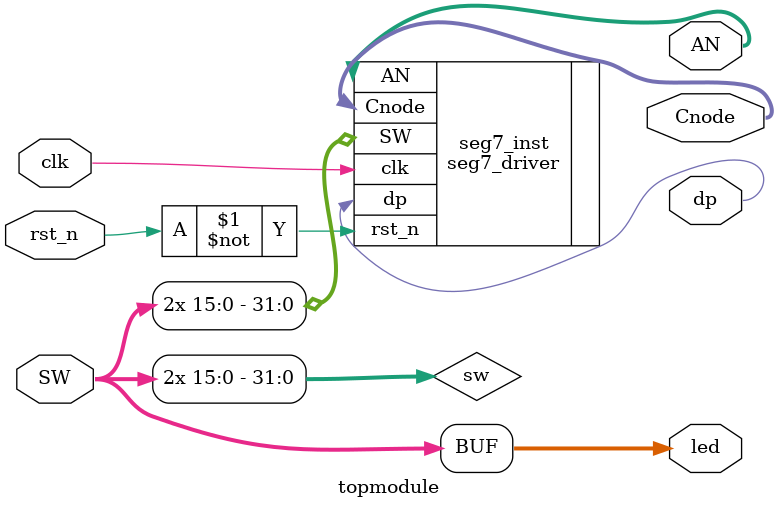
<source format=v>
`timescale 1ns / 1ps


module topmodule(
    input clk,
    input rst_n,
    input [15:0] SW,
    output [15:0] led,
    output [6:0] Cnode,
    output dp,
    output [7:0] AN
    );

    assign led = SW;

    wire [31:0] sw = {
        SW[15:12], // digit 8 (AN[7])
        SW[11:8],  // digit 7 (AN[6])
        SW[7:4],   // digit 6 (AN[5])
        SW[3:0],   // digit 5 (AN[4])
        SW[15:12], // digit 4 (AN[3])
        SW[11:8],  // digit 3 (AN[2])
        SW[7:4],   // digit 2 (AN[1])
        SW[3:0]    // digit 1 (AN[0])
    };

    seg7_driver seg7_inst (
        .clk(clk),
        .rst_n(~rst_n),
        .SW(sw),
        .Cnode(Cnode),
        .dp(dp),
        .AN(AN)
    );
endmodule


</source>
